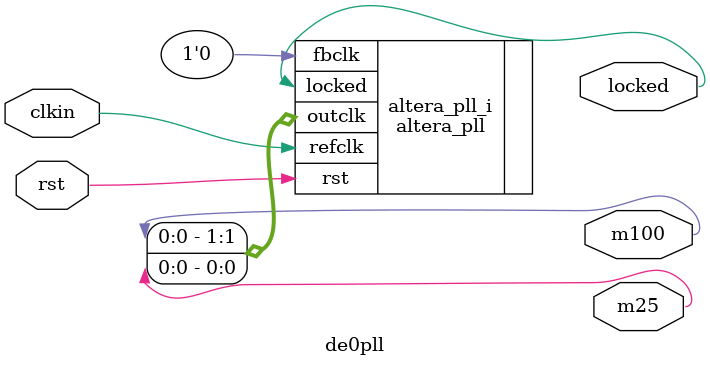
<source format=v>
module de0pll
(
    input  clkin,
    input  rst,
    output m25,
    output m100,
    output locked
);
altera_pll #(
    .fractional_vco_multiplier("false"),
    .reference_clock_frequency("50.0 MHz"),
    .operation_mode("normal"),
    .number_of_clocks(2),
    .output_clock_frequency0("25.0 MHz"),   .phase_shift0("0 ps"),  .duty_cycle0(50),
    .output_clock_frequency1("100.0 MHz"),  .phase_shift1("0 ps"),  .duty_cycle1(50),
    .output_clock_frequency2("0.0 MHz"),    .phase_shift2("0 ps"),  .duty_cycle2(50),
    .output_clock_frequency3("0.0 MHz"),    .phase_shift3("0 ps"),  .duty_cycle3(50),
    .output_clock_frequency4("0.0 MHz"),    .phase_shift4("0 ps"),  .duty_cycle4(50),
    .output_clock_frequency5("0.0 MHz"),    .phase_shift5("0 ps"),  .duty_cycle5(50),
    .output_clock_frequency6("0.0 MHz"),    .phase_shift6("0 ps"),  .duty_cycle6(50),
    .output_clock_frequency7("0.0 MHz"),    .phase_shift7("0 ps"),  .duty_cycle7(50),
    .output_clock_frequency8("0.0 MHz"),    .phase_shift8("0 ps"),  .duty_cycle8(50),
    .output_clock_frequency9("0.0 MHz"),    .phase_shift9("0 ps"),  .duty_cycle9(50),
    .output_clock_frequency10("0.0 MHz"),   .phase_shift10("0 ps"), .duty_cycle10(50),
    .output_clock_frequency11("0.0 MHz"),   .phase_shift11("0 ps"), .duty_cycle11(50),
    .output_clock_frequency12("0.0 MHz"),   .phase_shift12("0 ps"), .duty_cycle12(50),
    .output_clock_frequency13("0.0 MHz"),   .phase_shift13("0 ps"), .duty_cycle13(50),
    .output_clock_frequency14("0.0 MHz"),   .phase_shift14("0 ps"), .duty_cycle14(50),
    .output_clock_frequency15("0.0 MHz"),   .phase_shift15("0 ps"), .duty_cycle15(50),
    .output_clock_frequency16("0.0 MHz"),   .phase_shift16("0 ps"), .duty_cycle16(50),
    .output_clock_frequency17("0.0 MHz"),   .phase_shift17("0 ps"), .duty_cycle17(50),
    .pll_type("General"),
    .pll_subtype("General")
)
altera_pll_i
(
    .rst      (rst),
    .outclk   ({m100,m25}),
    .locked   (locked),
    .fbclk    (1'b0),
    .refclk   (clkin)
);
endmodule

</source>
